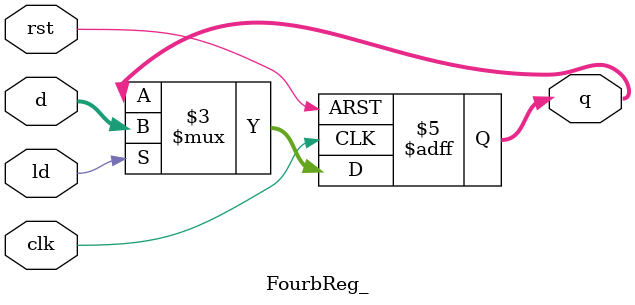
<source format=v>
`timescale 1ns / 1ps


module FourbReg_(d, clk, rst, ld, q);
    input [3:0] d;
    input clk, rst, ld;
    output reg [3:0] q;
    always @ (posedge clk, posedge rst) begin
        if (rst)
            q = 4'b0;
        else if (ld)
            q = d;
    end
endmodule

</source>
